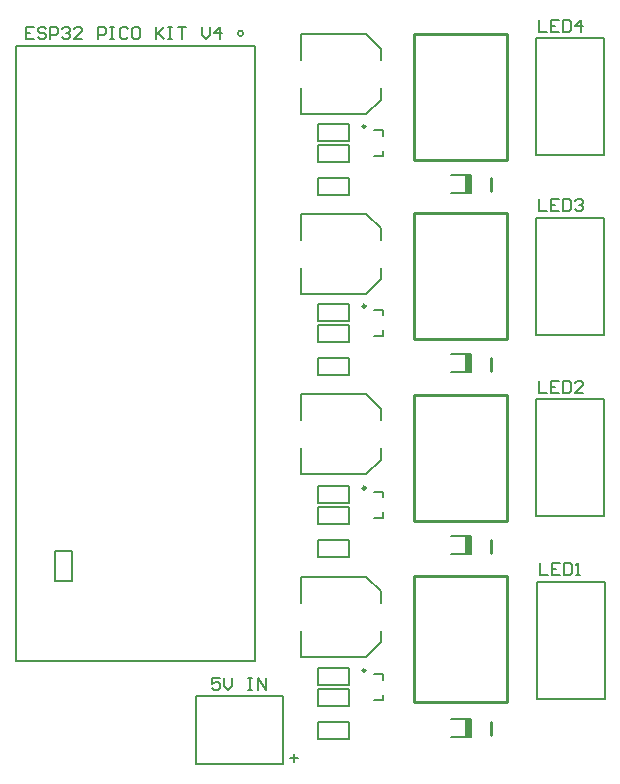
<source format=gto>
G04*
G04 #@! TF.GenerationSoftware,Altium Limited,Altium Designer,20.2.6 (244)*
G04*
G04 Layer_Color=65535*
%FSLAX25Y25*%
%MOIN*%
G70*
G04*
G04 #@! TF.SameCoordinates,9E550E5B-D3D8-464A-AF3F-8E1B55BAFF32*
G04*
G04*
G04 #@! TF.FilePolarity,Positive*
G04*
G01*
G75*
%ADD10C,0.00787*%
%ADD11C,0.00984*%
%ADD12C,0.00500*%
%ADD13C,0.01000*%
%ADD14C,0.00600*%
%ADD15R,0.02165X0.06102*%
D10*
X83916Y249988D02*
G03*
X83916Y249988I-880J0D01*
G01*
X127449Y36331D02*
X130598D01*
Y34461D02*
Y36331D01*
X127449Y27669D02*
X130598D01*
Y29539D01*
X181783Y67146D02*
X204421D01*
X181783Y28169D02*
Y67146D01*
Y28169D02*
X204421D01*
Y67146D01*
X153094Y15449D02*
X159787D01*
X153094Y21551D02*
X159787D01*
Y15449D02*
Y21551D01*
X103055Y68886D02*
X124906D01*
X103055Y60224D02*
Y68886D01*
Y42114D02*
Y50776D01*
Y42114D02*
X124906D01*
X129827Y60224D02*
Y63965D01*
X124906Y68886D02*
X129827Y63965D01*
X124906Y42114D02*
X129827Y47035D01*
Y50776D01*
X127449Y97173D02*
X130598D01*
Y95303D02*
Y97173D01*
X127449Y88512D02*
X130598D01*
Y90382D01*
X181653Y127988D02*
X204292D01*
X181653Y89012D02*
Y127988D01*
Y89012D02*
X204292D01*
Y127988D01*
X153094Y76291D02*
X159787D01*
X153094Y82394D02*
X159787D01*
Y76291D02*
Y82394D01*
X103055Y129728D02*
X124906D01*
X103055Y121067D02*
Y129728D01*
Y102957D02*
Y111618D01*
Y102957D02*
X124906D01*
X129827Y121067D02*
Y124807D01*
X124906Y129728D02*
X129827Y124807D01*
X124906Y102957D02*
X129827Y107878D01*
Y111618D01*
X127449Y217673D02*
X130598D01*
Y215803D02*
Y217673D01*
X127449Y209012D02*
X130598D01*
Y210882D01*
X181653Y248331D02*
X204292D01*
X181653Y209354D02*
Y248331D01*
Y209354D02*
X204292D01*
Y248331D01*
X153094Y196791D02*
X159787D01*
X153094Y202894D02*
X159787D01*
Y196791D02*
Y202894D01*
X103055Y249728D02*
X124906D01*
X103055Y241067D02*
Y249728D01*
Y222957D02*
Y231618D01*
Y222957D02*
X124906D01*
X129827Y241067D02*
Y244807D01*
X124906Y249728D02*
X129827Y244807D01*
X124906Y222957D02*
X129827Y227878D01*
Y231618D01*
X68110Y6397D02*
X97244D01*
X68110D02*
Y29036D01*
X97244D01*
Y6397D02*
Y29036D01*
X103055Y189886D02*
X124906D01*
X103055Y181224D02*
Y189886D01*
Y163114D02*
Y171776D01*
Y163114D02*
X124906D01*
X129827Y181224D02*
Y184965D01*
X124906Y189886D02*
X129827Y184965D01*
X124906Y163114D02*
X129827Y168035D01*
Y171776D01*
X153094Y136949D02*
X159787D01*
X153094Y143051D02*
X159787D01*
Y136949D02*
Y143051D01*
X181653Y188488D02*
X204292D01*
X181653Y149512D02*
Y188488D01*
Y149512D02*
X204292D01*
Y188488D01*
X127449Y157831D02*
X130598D01*
Y155961D02*
Y157831D01*
X127449Y149169D02*
X130598D01*
Y151039D01*
D11*
X124693Y37610D02*
G03*
X124693Y37610I-492J0D01*
G01*
Y98453D02*
G03*
X124693Y98453I-492J0D01*
G01*
Y218953D02*
G03*
X124693Y218953I-492J0D01*
G01*
Y159110D02*
G03*
X124693Y159110I-492J0D01*
G01*
D12*
X87957Y40933D02*
Y245657D01*
X8035Y40933D02*
X87957D01*
X8035D02*
Y245657D01*
X87957D01*
X119041Y14700D02*
Y20300D01*
X108841Y14700D02*
X119041D01*
X108841Y20300D02*
X119041D01*
X108841Y14700D02*
Y20300D01*
X119041Y25700D02*
Y31300D01*
X108841Y25700D02*
X119041D01*
X108841Y31300D02*
X119041D01*
X108841Y25700D02*
Y31300D01*
X119041Y32700D02*
Y38300D01*
X108841Y32700D02*
X119041D01*
X108841Y38300D02*
X119041D01*
X108841Y32700D02*
Y38300D01*
X119041Y75542D02*
Y81142D01*
X108841Y75542D02*
X119041D01*
X108841Y81142D02*
X119041D01*
X108841Y75542D02*
Y81142D01*
X119041Y86542D02*
Y92142D01*
X108841Y86542D02*
X119041D01*
X108841Y92142D02*
X119041D01*
X108841Y86542D02*
Y92142D01*
X119041Y93542D02*
Y99142D01*
X108841Y93542D02*
X119041D01*
X108841Y99142D02*
X119041D01*
X108841Y93542D02*
Y99142D01*
X119041Y196043D02*
Y201642D01*
X108841Y196043D02*
X119041D01*
X108841Y201642D02*
X119041D01*
X108841Y196043D02*
Y201642D01*
X119041Y207043D02*
Y212643D01*
X108841Y207043D02*
X119041D01*
X108841Y212643D02*
X119041D01*
X108841Y207043D02*
Y212643D01*
X119041Y214042D02*
Y219642D01*
X108841Y214042D02*
X119041D01*
X108841Y219642D02*
X119041D01*
X108841Y214042D02*
Y219642D01*
X21141Y67400D02*
X26741D01*
X21141D02*
Y77600D01*
X26741Y67400D02*
Y77600D01*
X21141D02*
X26741D01*
X119041Y154200D02*
Y159800D01*
X108841Y154200D02*
X119041D01*
X108841Y159800D02*
X119041D01*
X108841Y154200D02*
Y159800D01*
X119041Y147200D02*
Y152800D01*
X108841Y147200D02*
X119041D01*
X108841Y152800D02*
X119041D01*
X108841Y147200D02*
Y152800D01*
X119041Y136200D02*
Y141800D01*
X108841Y136200D02*
X119041D01*
X108841Y141800D02*
X119041D01*
X108841Y136200D02*
Y141800D01*
D13*
X171941Y27000D02*
Y69000D01*
X140941Y27000D02*
X171941D01*
X140941D02*
Y69000D01*
X171941D01*
X166641Y16100D02*
Y20400D01*
X171941Y87500D02*
Y129500D01*
X140941Y87500D02*
X171941D01*
X140941D02*
Y129500D01*
X171941D01*
X166641Y76942D02*
Y81243D01*
X171941Y207842D02*
Y249843D01*
X140941Y207842D02*
X171941D01*
X140941D02*
Y249843D01*
X171941D01*
X166641Y197442D02*
Y201743D01*
X171941Y148000D02*
Y190000D01*
X140941Y148000D02*
X171941D01*
X140941D02*
Y190000D01*
X171941D01*
X166641Y137600D02*
Y141900D01*
D14*
X14266Y252099D02*
X11600D01*
Y248100D01*
X14266D01*
X11600Y250099D02*
X12933D01*
X18264Y251432D02*
X17598Y252099D01*
X16265D01*
X15599Y251432D01*
Y250766D01*
X16265Y250099D01*
X17598D01*
X18264Y249433D01*
Y248766D01*
X17598Y248100D01*
X16265D01*
X15599Y248766D01*
X19597Y248100D02*
Y252099D01*
X21597D01*
X22263Y251432D01*
Y250099D01*
X21597Y249433D01*
X19597D01*
X23596Y251432D02*
X24263Y252099D01*
X25596D01*
X26262Y251432D01*
Y250766D01*
X25596Y250099D01*
X24929D01*
X25596D01*
X26262Y249433D01*
Y248766D01*
X25596Y248100D01*
X24263D01*
X23596Y248766D01*
X30261Y248100D02*
X27595D01*
X30261Y250766D01*
Y251432D01*
X29594Y252099D01*
X28261D01*
X27595Y251432D01*
X35592Y248100D02*
Y252099D01*
X37592D01*
X38258Y251432D01*
Y250099D01*
X37592Y249433D01*
X35592D01*
X39591Y252099D02*
X40924D01*
X40257D01*
Y248100D01*
X39591D01*
X40924D01*
X45589Y251432D02*
X44923Y252099D01*
X43590D01*
X42923Y251432D01*
Y248766D01*
X43590Y248100D01*
X44923D01*
X45589Y248766D01*
X48921Y252099D02*
X47588D01*
X46922Y251432D01*
Y248766D01*
X47588Y248100D01*
X48921D01*
X49588Y248766D01*
Y251432D01*
X48921Y252099D01*
X54919D02*
Y248100D01*
Y249433D01*
X57585Y252099D01*
X55586Y250099D01*
X57585Y248100D01*
X58918Y252099D02*
X60251D01*
X59584D01*
Y248100D01*
X58918D01*
X60251D01*
X62250Y252099D02*
X64916D01*
X63583D01*
Y248100D01*
X70248Y252099D02*
Y249433D01*
X71581Y248100D01*
X72913Y249433D01*
Y252099D01*
X76246Y248100D02*
Y252099D01*
X74247Y250099D01*
X76912D01*
X99600Y8433D02*
X102266D01*
X100933Y9766D02*
Y7100D01*
X76266Y35099D02*
X73600D01*
Y33099D01*
X74933Y33766D01*
X75599D01*
X76266Y33099D01*
Y31766D01*
X75599Y31100D01*
X74266D01*
X73600Y31766D01*
X77599Y35099D02*
Y32433D01*
X78932Y31100D01*
X80265Y32433D01*
Y35099D01*
X85596D02*
X86929D01*
X86263D01*
Y31100D01*
X85596D01*
X86929D01*
X88928D02*
Y35099D01*
X91594Y31100D01*
Y35099D01*
X182730Y73414D02*
Y69415D01*
X185396D01*
X189394Y73414D02*
X186729D01*
Y69415D01*
X189394D01*
X186729Y71414D02*
X188061D01*
X190727Y73414D02*
Y69415D01*
X192727D01*
X193393Y70081D01*
Y72747D01*
X192727Y73414D01*
X190727D01*
X194726Y69415D02*
X196059D01*
X195393D01*
Y73414D01*
X194726Y72747D01*
X182600Y134256D02*
Y130257D01*
X185266D01*
X189265Y134256D02*
X186599D01*
Y130257D01*
X189265D01*
X186599Y132257D02*
X187932D01*
X190597Y134256D02*
Y130257D01*
X192597D01*
X193263Y130924D01*
Y133590D01*
X192597Y134256D01*
X190597D01*
X197262Y130257D02*
X194596D01*
X197262Y132923D01*
Y133590D01*
X196596Y134256D01*
X195263D01*
X194596Y133590D01*
X182600Y194756D02*
Y190758D01*
X185266D01*
X189265Y194756D02*
X186599D01*
Y190758D01*
X189265D01*
X186599Y192757D02*
X187932D01*
X190597Y194756D02*
Y190758D01*
X192597D01*
X193263Y191424D01*
Y194090D01*
X192597Y194756D01*
X190597D01*
X194596Y194090D02*
X195263Y194756D01*
X196596D01*
X197262Y194090D01*
Y193423D01*
X196596Y192757D01*
X195929D01*
X196596D01*
X197262Y192090D01*
Y191424D01*
X196596Y190758D01*
X195263D01*
X194596Y191424D01*
X182600Y254599D02*
Y250600D01*
X185266D01*
X189265Y254599D02*
X186599D01*
Y250600D01*
X189265D01*
X186599Y252599D02*
X187932D01*
X190597Y254599D02*
Y250600D01*
X192597D01*
X193263Y251266D01*
Y253932D01*
X192597Y254599D01*
X190597D01*
X196596Y250600D02*
Y254599D01*
X194596Y252599D01*
X197262D01*
D15*
X158705Y18500D02*
D03*
Y79343D02*
D03*
Y199843D02*
D03*
Y140000D02*
D03*
M02*

</source>
